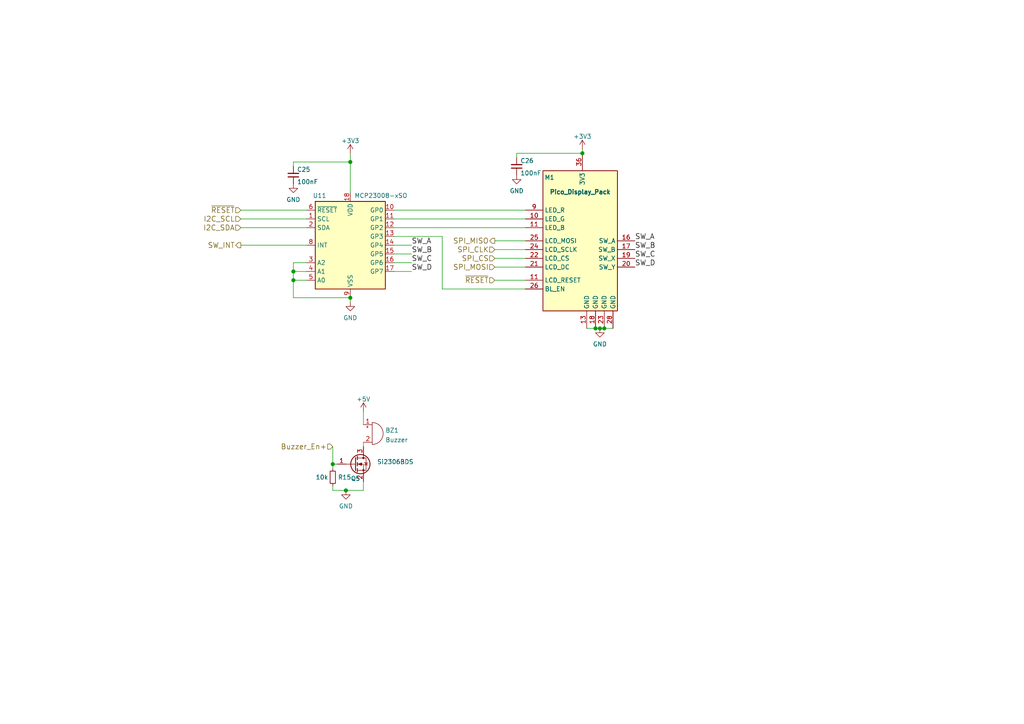
<source format=kicad_sch>
(kicad_sch (version 20210621) (generator eeschema)
  (paper "A4")
  (lib_symbols
    (symbol "Device:Buzzer" (pin_names (offset 0.0254) hide)
      (property "Reference" "BZ" (at 3.81 1.27 0))
      (property "Value" "Buzzer" (at 3.81 -1.27 0))
      (symbol "Buzzer_0_1"
        (arc (start 0 -3.175) (end 0 3.175) (radius (at 0 0) (length 3.175) (angles -89.9 89.9)))
        (polyline (pts (xy -1.651 1.905) (xy -1.143 1.905)))
        (polyline (pts (xy -1.397 2.159) (xy -1.397 1.651)))
        (polyline (pts (xy 0 3.175) (xy 0 -3.175)))
      )
      (symbol "Buzzer_1_1"
        (pin passive line (at -2.54 2.54 0) (length 2.54) (name "-") (number "1"))
        (pin passive line (at -2.54 -2.54 0) (length 2.54) (name "+") (number "2"))
      )
    )
    (symbol "Device:C_Small" (pin_numbers hide) (pin_names (offset 0.254) hide)
      (property "Reference" "C" (at 0.254 1.778 0))
      (property "Value" "C_Small" (at 0.254 -2.032 0))
      (symbol "C_Small_0_1"
        (polyline (pts (xy -1.524 -0.508) (xy 1.524 -0.508)) (stroke (width 0.3302)))
        (polyline (pts (xy -1.524 0.508) (xy 1.524 0.508)) (stroke (width 0.3048)))
      )
      (symbol "C_Small_1_1"
        (pin passive line (at 0 2.54 270) (length 2.032) (name "~") (number "1"))
        (pin passive line (at 0 -2.54 90) (length 2.032) (name "~") (number "2"))
      )
    )
    (symbol "Device:R_Small" (pin_numbers hide) (pin_names (offset 0.254) hide)
      (property "Reference" "R" (at 0.762 0.508 0))
      (property "Value" "R_Small" (at 0.762 -1.016 0))
      (symbol "R_Small_0_1"
        (rectangle (start -0.762 1.778) (end 0.762 -1.778) (stroke (width 0.2032)))
      )
      (symbol "R_Small_1_1"
        (pin passive line (at 0 2.54 270) (length 0.762) (name "~") (number "1"))
        (pin passive line (at 0 -2.54 90) (length 0.762) (name "~") (number "2"))
      )
    )
    (symbol "Interface_Expansion:MCP23008-xSO"
      (property "Reference" "U" (at -8.89 13.97 0))
      (property "Value" "MCP23008-xSO" (at 8.89 13.97 0))
      (symbol "MCP23008-xSO_0_1"
        (rectangle (start -10.16 12.7) (end 10.16 -12.7) (stroke (width 0.254)) (fill (type background)))
      )
      (symbol "MCP23008-xSO_1_1"
        (pin input line (at -12.7 7.62 0) (length 2.54) (name "SCL") (number "1"))
        (pin bidirectional line (at 12.7 10.16 180) (length 2.54) (name "GP0") (number "10"))
        (pin bidirectional line (at 12.7 7.62 180) (length 2.54) (name "GP1") (number "11"))
        (pin bidirectional line (at 12.7 5.08 180) (length 2.54) (name "GP2") (number "12"))
        (pin bidirectional line (at 12.7 2.54 180) (length 2.54) (name "GP3") (number "13"))
        (pin bidirectional line (at 12.7 0 180) (length 2.54) (name "GP4") (number "14"))
        (pin bidirectional line (at 12.7 -2.54 180) (length 2.54) (name "GP5") (number "15"))
        (pin bidirectional line (at 12.7 -5.08 180) (length 2.54) (name "GP6") (number "16"))
        (pin bidirectional line (at 12.7 -7.62 180) (length 2.54) (name "GP7") (number "17"))
        (pin power_in line (at 0 15.24 270) (length 2.54) (name "VDD") (number "18"))
        (pin bidirectional line (at -12.7 5.08 0) (length 2.54) (name "SDA") (number "2"))
        (pin input line (at -12.7 -5.08 0) (length 2.54) (name "A2") (number "3"))
        (pin input line (at -12.7 -7.62 0) (length 2.54) (name "A1") (number "4"))
        (pin input line (at -12.7 -10.16 0) (length 2.54) (name "A0") (number "5"))
        (pin input line (at -12.7 10.16 0) (length 2.54) (name "~{RESET}") (number "6"))
        (pin no_connect line (at -10.16 -2.54 0) (length 2.54) hide (name "NC") (number "7"))
        (pin output line (at -12.7 0 0) (length 2.54) (name "INT") (number "8"))
        (pin power_in line (at 0 -15.24 90) (length 2.54) (name "VSS") (number "9"))
      )
    )
    (symbol "power:+3V3" (power) (pin_names (offset 0))
      (property "Value" "+3V3" (at 0 3.556 0))
      (symbol "+3V3_0_1"
        (polyline (pts (xy -0.762 1.27) (xy 0 2.54)))
        (polyline (pts (xy 0 0) (xy 0 2.54)))
        (polyline (pts (xy 0 2.54) (xy 0.762 1.27)))
      )
      (symbol "+3V3_1_1"
        (pin power_in line (at 0 0 90) (length 0) hide (name "+3V3") (number "1"))
      )
    )
    (symbol "power:+5V" (power) (pin_names (offset 0))
      (property "Value" "+5V" (at 0 3.556 0))
      (symbol "+5V_0_1"
        (polyline (pts (xy -0.762 1.27) (xy 0 2.54)))
        (polyline (pts (xy 0 0) (xy 0 2.54)))
        (polyline (pts (xy 0 2.54) (xy 0.762 1.27)))
      )
      (symbol "+5V_1_1"
        (pin power_in line (at 0 0 90) (length 0) hide (name "+5V") (number "1"))
      )
    )
    (symbol "power:GND" (power) (pin_names (offset 0))
      (property "Value" "GND" (at 0 -3.81 0))
      (symbol "GND_0_1"
        (polyline (pts (xy 0 0) (xy 0 -1.27) (xy 1.27 -1.27) (xy 0 -2.54) (xy -1.27 -1.27) (xy 0 -1.27)))
      )
      (symbol "GND_1_1"
        (pin power_in line (at 0 0 270) (length 0) hide (name "GND") (number "1"))
      )
    )
    (symbol "solarpump:Pico_Display_Pack"
      (property "Reference" "M" (at -10.16 21.59 0))
      (property "Value" "Pico_Display_Pack" (at 0 13.97 0))
      (symbol "Pico_Display_Pack_0_1"
        (rectangle (start -11.43 20.32) (end 10.16 -20.32) (stroke (width 0.254)) (fill (type background)))
      )
      (symbol "Pico_Display_Pack_1_1"
        (pin input line (at -16.51 6.35 0) (length 5.08) (name "LED_G") (number "10"))
        (pin input line (at -16.51 -11.43 0) (length 5.08) (name "LCD_RESET") (number "11"))
        (pin input line (at -16.51 3.81 0) (length 5.08) (name "LED_B") (number "11"))
        (pin power_in line (at 1.27 -25.4 90) (length 5.08) (name "GND") (number "13"))
        (pin input line (at 15.24 0 180) (length 5.08) (name "SW_A") (number "16"))
        (pin input line (at 15.24 -2.54 180) (length 5.08) (name "SW_B") (number "17"))
        (pin power_in line (at 3.81 -25.4 90) (length 5.08) (name "GND") (number "18"))
        (pin input line (at 15.24 -5.08 180) (length 5.08) (name "SW_X") (number "19"))
        (pin input line (at 15.24 -7.62 180) (length 5.08) (name "SW_Y") (number "20"))
        (pin input line (at -16.51 -7.62 0) (length 5.08) (name "LCD_DC") (number "21"))
        (pin input line (at -16.51 -5.08 0) (length 5.08) (name "LCD_CS") (number "22"))
        (pin power_in line (at 6.35 -25.4 90) (length 5.08) (name "GND") (number "23"))
        (pin input line (at -16.51 -2.54 0) (length 5.08) (name "LCD_SCLK") (number "24"))
        (pin input line (at -16.51 0 0) (length 5.08) (name "LCD_MOSI") (number "25"))
        (pin input line (at -16.51 -13.97 0) (length 5.08) (name "BL_EN") (number "26"))
        (pin power_in line (at 8.89 -25.4 90) (length 5.08) (name "GND") (number "28"))
        (pin power_in line (at 0 25.4 270) (length 5.08) (name "3V3") (number "36"))
        (pin input line (at -16.51 8.89 0) (length 5.08) (name "LED_R") (number "9"))
      )
    )
    (symbol "solarpump:Si2306BDS" (pin_names hide)
      (property "Reference" "Q" (at 5.08 1.905 0))
      (property "Value" "Si2306BDS" (at 5.08 0 0))
      (symbol "Si2306BDS_0_1"
        (circle (center 1.651 0) (radius 2.794) (stroke (width 0.254)))
        (circle (center 2.54 -1.778) (radius 0.254) (fill (type outline)))
        (circle (center 2.54 1.778) (radius 0.254) (fill (type outline)))
        (polyline (pts (xy 0.254 0) (xy -2.54 0)))
        (polyline (pts (xy 0.254 1.905) (xy 0.254 -1.905)) (stroke (width 0.254)))
        (polyline (pts (xy 0.762 -1.27) (xy 0.762 -2.286)) (stroke (width 0.254)))
        (polyline (pts (xy 0.762 0.508) (xy 0.762 -0.508)) (stroke (width 0.254)))
        (polyline (pts (xy 0.762 2.286) (xy 0.762 1.27)) (stroke (width 0.254)))
        (polyline (pts (xy 2.54 2.54) (xy 2.54 1.778)))
        (polyline (pts (xy 2.54 -2.54) (xy 2.54 0) (xy 0.762 0)))
        (polyline (pts (xy 0.762 -1.778) (xy 3.302 -1.778) (xy 3.302 1.778) (xy 0.762 1.778)))
        (polyline (pts (xy 2.794 0.508) (xy 2.921 0.381) (xy 3.683 0.381) (xy 3.81 0.254)))
        (polyline (pts (xy 3.302 0.381) (xy 2.921 -0.254) (xy 3.683 -0.254) (xy 3.302 0.381)))
        (polyline (pts (xy 1.016 0) (xy 2.032 0.381) (xy 2.032 -0.381) (xy 1.016 0)) (fill (type outline)))
      )
      (symbol "Si2306BDS_1_1"
        (pin input line (at -5.08 0 0) (length 2.54) (name "G") (number "1"))
        (pin passive line (at 2.54 -5.08 90) (length 2.54) (name "S") (number "2"))
        (pin passive line (at 2.54 5.08 270) (length 2.54) (name "D") (number "3"))
      )
    )
  )
  (junction (at 85.09 78.74) (diameter 1.016))
  (junction (at 85.09 81.28) (diameter 1.016))
  (junction (at 96.52 134.62) (diameter 1.016))
  (junction (at 100.33 142.24) (diameter 1.016))
  (junction (at 101.6 46.99) (diameter 1.016))
  (junction (at 101.6 86.36) (diameter 1.016))
  (junction (at 168.91 44.45) (diameter 1.016))
  (junction (at 172.72 95.25) (diameter 1.016))
  (junction (at 173.99 95.25) (diameter 1.016))
  (junction (at 175.26 95.25) (diameter 1.016))
  (wire (pts (xy 69.85 60.96) (xy 88.9 60.96)))
  (wire (pts (xy 69.85 63.5) (xy 88.9 63.5)))
  (wire (pts (xy 69.85 66.04) (xy 88.9 66.04)))
  (wire (pts (xy 69.85 71.12) (xy 88.9 71.12)))
  (wire (pts (xy 85.09 46.99) (xy 85.09 48.26)))
  (wire (pts (xy 85.09 46.99) (xy 101.6 46.99)))
  (wire (pts (xy 85.09 76.2) (xy 88.9 76.2)))
  (wire (pts (xy 85.09 78.74) (xy 85.09 76.2)))
  (wire (pts (xy 85.09 78.74) (xy 88.9 78.74)))
  (wire (pts (xy 85.09 81.28) (xy 85.09 78.74)))
  (wire (pts (xy 85.09 81.28) (xy 85.09 86.36)))
  (wire (pts (xy 85.09 86.36) (xy 101.6 86.36)))
  (wire (pts (xy 88.9 81.28) (xy 85.09 81.28)))
  (wire (pts (xy 96.52 129.54) (xy 96.52 134.62)))
  (wire (pts (xy 96.52 134.62) (xy 96.52 135.89)))
  (wire (pts (xy 96.52 134.62) (xy 97.79 134.62)))
  (wire (pts (xy 96.52 142.24) (xy 96.52 140.97)))
  (wire (pts (xy 100.33 142.24) (xy 96.52 142.24)))
  (wire (pts (xy 101.6 44.45) (xy 101.6 46.99)))
  (wire (pts (xy 101.6 46.99) (xy 101.6 55.88)))
  (wire (pts (xy 101.6 87.63) (xy 101.6 86.36)))
  (wire (pts (xy 105.41 119.38) (xy 105.41 123.19)))
  (wire (pts (xy 105.41 128.27) (xy 105.41 129.54)))
  (wire (pts (xy 105.41 139.7) (xy 105.41 142.24)))
  (wire (pts (xy 105.41 142.24) (xy 100.33 142.24)))
  (wire (pts (xy 114.3 60.96) (xy 152.4 60.96)))
  (wire (pts (xy 114.3 63.5) (xy 152.4 63.5)))
  (wire (pts (xy 114.3 66.04) (xy 152.4 66.04)))
  (wire (pts (xy 114.3 71.12) (xy 119.38 71.12)))
  (wire (pts (xy 114.3 73.66) (xy 119.38 73.66)))
  (wire (pts (xy 114.3 76.2) (xy 119.38 76.2)))
  (wire (pts (xy 114.3 78.74) (xy 119.38 78.74)))
  (wire (pts (xy 128.27 68.58) (xy 114.3 68.58)))
  (wire (pts (xy 128.27 83.82) (xy 128.27 68.58)))
  (wire (pts (xy 143.51 69.85) (xy 152.4 69.85)))
  (wire (pts (xy 143.51 72.39) (xy 152.4 72.39)))
  (wire (pts (xy 143.51 74.93) (xy 152.4 74.93)))
  (wire (pts (xy 143.51 77.47) (xy 152.4 77.47)))
  (wire (pts (xy 143.51 81.28) (xy 152.4 81.28)))
  (wire (pts (xy 149.86 44.45) (xy 168.91 44.45)))
  (wire (pts (xy 149.86 45.72) (xy 149.86 44.45)))
  (wire (pts (xy 152.4 83.82) (xy 128.27 83.82)))
  (wire (pts (xy 168.91 43.18) (xy 168.91 44.45)))
  (wire (pts (xy 170.18 95.25) (xy 172.72 95.25)))
  (wire (pts (xy 172.72 95.25) (xy 173.99 95.25)))
  (wire (pts (xy 173.99 95.25) (xy 175.26 95.25)))
  (wire (pts (xy 175.26 95.25) (xy 177.8 95.25)))
  (label "SW_A" (at 119.38 71.12 0) (effects (font (size 1.4986 1.4986))))
  (label "SW_B" (at 119.38 73.66 0) (effects (font (size 1.4986 1.4986))))
  (label "SW_C" (at 119.38 76.2 0) (effects (font (size 1.4986 1.4986))))
  (label "SW_D" (at 119.38 78.74 0) (effects (font (size 1.4986 1.4986))))
  (label "SW_A" (at 184.15 69.85 0) (effects (font (size 1.4986 1.4986))))
  (label "SW_B" (at 184.15 72.39 0) (effects (font (size 1.4986 1.4986))))
  (label "SW_C" (at 184.15 74.93 0) (effects (font (size 1.4986 1.4986))))
  (label "SW_D" (at 184.15 77.47 0) (effects (font (size 1.4986 1.4986))))
  (hierarchical_label "~{RESET}" (shape input) (at 69.85 60.96 180) (effects (font (size 1.4986 1.4986))))
  (hierarchical_label "I2C_SCL" (shape input) (at 69.85 63.5 180) (effects (font (size 1.4986 1.4986))))
  (hierarchical_label "I2C_SDA" (shape input) (at 69.85 66.04 180) (effects (font (size 1.4986 1.4986))))
  (hierarchical_label "SW_INT" (shape output) (at 69.85 71.12 180) (effects (font (size 1.4986 1.4986))))
  (hierarchical_label "Buzzer_En+" (shape input) (at 96.52 129.54 180) (effects (font (size 1.4986 1.4986))))
  (hierarchical_label "SPI_MISO" (shape output) (at 143.51 69.85 180) (effects (font (size 1.4986 1.4986))))
  (hierarchical_label "SPI_CLK" (shape input) (at 143.51 72.39 180) (effects (font (size 1.4986 1.4986))))
  (hierarchical_label "SPI_CS" (shape input) (at 143.51 74.93 180) (effects (font (size 1.4986 1.4986))))
  (hierarchical_label "SPI_MOSI" (shape input) (at 143.51 77.47 180) (effects (font (size 1.4986 1.4986))))
  (hierarchical_label "~{RESET}" (shape input) (at 143.51 81.28 180) (effects (font (size 1.4986 1.4986))))
  (symbol (lib_id "power:+3V3") (at 101.6 44.45 0) (unit 1)
    (property "Reference" "#PWR047" (effects hide))
    (property "Value" "+3V3" (at 101.6 40.8454 0))
  )
  (symbol (lib_id "power:+5V") (at 105.41 119.38 0) (unit 1)
    (property "Reference" "#PWR050" (effects hide))
    (property "Value" "+5V" (at 105.41 115.7754 0))
  )
  (symbol (lib_id "power:+3V3") (at 168.91 43.18 0) (unit 1)
    (property "Reference" "#PWR054" (effects hide))
    (property "Value" "+3V3" (at 168.91 39.5754 0))
  )
  (symbol (lib_id "power:GND") (at 85.09 53.34 0) (unit 1)
    (property "Reference" "#PWR046" (effects hide))
    (property "Value" "GND" (at 85.09 57.9026 0))
  )
  (symbol (lib_id "power:GND") (at 100.33 142.24 0) (unit 1)
    (property "Reference" "#PWR049" (effects hide))
    (property "Value" "GND" (at 100.33 146.8026 0))
  )
  (symbol (lib_id "power:GND") (at 101.6 87.63 0) (unit 1)
    (property "Reference" "#PWR048" (effects hide))
    (property "Value" "GND" (at 101.6 92.1926 0))
  )
  (symbol (lib_id "power:GND") (at 149.86 50.8 0) (unit 1)
    (property "Reference" "#PWR051" (effects hide))
    (property "Value" "GND" (at 149.86 55.3626 0))
  )
  (symbol (lib_id "power:GND") (at 173.99 95.25 0) (unit 1)
    (property "Reference" "#PWR055" (effects hide))
    (property "Value" "GND" (at 173.99 99.8126 0))
  )
  (symbol (lib_id "Device:R_Small") (at 96.52 138.43 0) (mirror y) (unit 1)
    (property "Reference" "R15" (at 99.9532 138.43 0))
    (property "Value" "10k" (at 93.3681 138.43 0))
    (property "Footprint" "Resistor_SMD:R_0805_2012Metric_Pad1.20x1.40mm_HandSolder" (effects hide))
  )
  (symbol (lib_id "Device:C_Small") (at 85.09 50.8 0) (mirror x) (unit 1)
    (property "Reference" "C25" (at 86.1442 49.1685 0) (effects (justify left)))
    (property "Value" "100nF" (at 86.1442 52.7434 0) (effects (justify left)))
    (property "Footprint" "Capacitor_SMD:C_0805_2012Metric_Pad1.18x1.45mm_HandSolder" (effects hide))
    (property "Datasheet" "https://www.mouser.co.uk/datasheet/2/212/KEM_C1002_X7R_SMD-1102033.pdf" (effects hide))
    (property "Mfr" "KEMET" (effects hide))
    (property "Mfr Part No" "C0402C104K8R7411" (effects hide))
    (property "Supl" "Mouser" (effects hide))
    (property "Supl Part No" "80-C0402C104K8R7411" (effects hide))
    (property "Supl Price" "0.016" (effects hide))
  )
  (symbol (lib_id "Device:C_Small") (at 149.86 48.26 0) (mirror x) (unit 1)
    (property "Reference" "C26" (at 150.9142 46.6285 0) (effects (justify left)))
    (property "Value" "100nF" (at 150.9142 50.2034 0) (effects (justify left)))
    (property "Footprint" "Capacitor_SMD:C_0805_2012Metric_Pad1.18x1.45mm_HandSolder" (effects hide))
    (property "Datasheet" "https://www.mouser.co.uk/datasheet/2/212/KEM_C1002_X7R_SMD-1102033.pdf" (effects hide))
    (property "Mfr" "KEMET" (effects hide))
    (property "Mfr Part No" "C0402C104K8R7411" (effects hide))
    (property "Supl" "Mouser" (effects hide))
    (property "Supl Part No" "80-C0402C104K8R7411" (effects hide))
    (property "Supl Price" "0.016" (effects hide))
  )
  (symbol (lib_id "Device:Buzzer") (at 107.95 125.73 0) (unit 1)
    (property "Reference" "BZ1" (at 111.7601 124.8215 0) (effects (justify left)))
    (property "Value" "Buzzer" (at 111.7601 127.5966 0) (effects (justify left)))
  )
  (symbol (lib_id "solarpump:Si2306BDS") (at 102.87 134.62 0) (unit 1)
    (property "Reference" "Q5" (at 101.727 138.7915 0) (effects (justify left)))
    (property "Value" "Si2306BDS" (at 109.347 133.9466 0) (effects (justify left)))
    (property "Footprint" "Package_TO_SOT_SMD:SOT-23" (effects hide))
    (property "Datasheet" "https://www.vishay.com/docs/73234/73234.pdf" (effects hide))
    (property "Mfr" "Vishay" (effects hide))
    (property "Mfr Part No" "SI2306BDS-T1-E3" (effects hide))
    (property "Supl" "Mouser" (effects hide))
    (property "Supl Part No" "781-SI2306BDS-E3" (effects hide))
    (property "Supl Price" "0.496" (effects hide))
  )
  (symbol (lib_id "Interface_Expansion:MCP23008-xSO") (at 101.6 71.12 0) (unit 1)
    (property "Reference" "U11" (at 92.71 56.7394 0))
    (property "Value" "MCP23008-xSO" (at 110.49 56.74 0))
    (property "Footprint" "Package_SO:SOIC-18W_7.5x11.6mm_P1.27mm" (effects hide))
    (property "Datasheet" "http://ww1.microchip.com/downloads/en/DeviceDoc/MCP23008-MCP23S08-Data-Sheet-20001919F.pdf" (effects hide))
  )
  (symbol (lib_id "solarpump:Pico_Display_Pack") (at 168.91 69.85 0) (unit 1)
    (property "Reference" "M1" (at 159.385 51.4822 0))
    (property "Value" "Pico_Display_Pack" (at 168.275 55.6701 0) (effects (font bold)))
    (property "Footprint" "solarpump:DIP-40 pins" (effects hide))
  )
)
</source>
